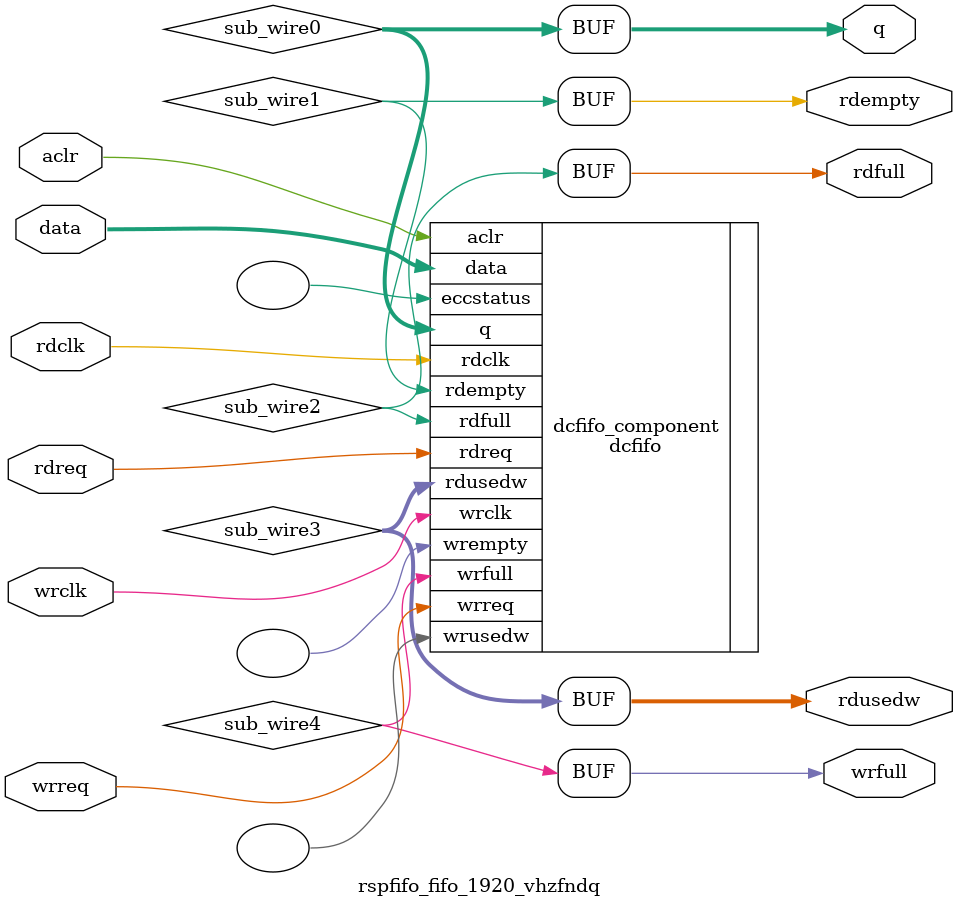
<source format=v>



`timescale 1 ps / 1 ps
// synopsys translate_on
module  rspfifo_fifo_1920_vhzfndq  (
    aclr,
    data,
    rdclk,
    rdreq,
    wrclk,
    wrreq,
    q,
    rdempty,
    rdfull,
    rdusedw,
    wrfull);

    input    aclr;
    input  [559:0]  data;
    input    rdclk;
    input    rdreq;
    input    wrclk;
    input    wrreq;
    output [559:0]  q;
    output   rdempty;
    output   rdfull;
    output [5:0]  rdusedw;
    output   wrfull;
`ifndef ALTERA_RESERVED_QIS
// synopsys translate_off
`endif
    tri0     aclr;
`ifndef ALTERA_RESERVED_QIS
// synopsys translate_on
`endif

    wire [559:0] sub_wire0;
    wire  sub_wire1;
    wire  sub_wire2;
    wire [5:0] sub_wire3;
    wire  sub_wire4;
    wire [559:0] q = sub_wire0[559:0];
    wire  rdempty = sub_wire1;
    wire  rdfull = sub_wire2;
    wire [5:0] rdusedw = sub_wire3[5:0];
    wire  wrfull = sub_wire4;

    dcfifo  dcfifo_component (
                .aclr (aclr),
                .data (data),
                .rdclk (rdclk),
                .rdreq (rdreq),
                .wrclk (wrclk),
                .wrreq (wrreq),
                .q (sub_wire0),
                .rdempty (sub_wire1),
                .rdfull (sub_wire2),
                .rdusedw (sub_wire3),
                .wrfull (sub_wire4),
                .eccstatus (),
                .wrempty (),
                .wrusedw ());
    defparam
        dcfifo_component.enable_ecc  = "FALSE",
        dcfifo_component.intended_device_family  = "Agilex",
        dcfifo_component.lpm_hint  = "DISABLE_DCFIFO_EMBEDDED_TIMING_CONSTRAINT=TRUE",
        dcfifo_component.lpm_numwords  = 64,
        dcfifo_component.lpm_showahead  = "ON",
        dcfifo_component.lpm_type  = "dcfifo",
        dcfifo_component.lpm_width  = 560,
        dcfifo_component.lpm_widthu  = 6,
        dcfifo_component.overflow_checking  = "OFF",
        dcfifo_component.rdsync_delaypipe  = 4,
        dcfifo_component.read_aclr_synch  = "ON",
        dcfifo_component.underflow_checking  = "OFF",
        dcfifo_component.use_eab  = "ON",
        dcfifo_component.write_aclr_synch  = "ON",
        dcfifo_component.wrsync_delaypipe  = 4;


endmodule



</source>
